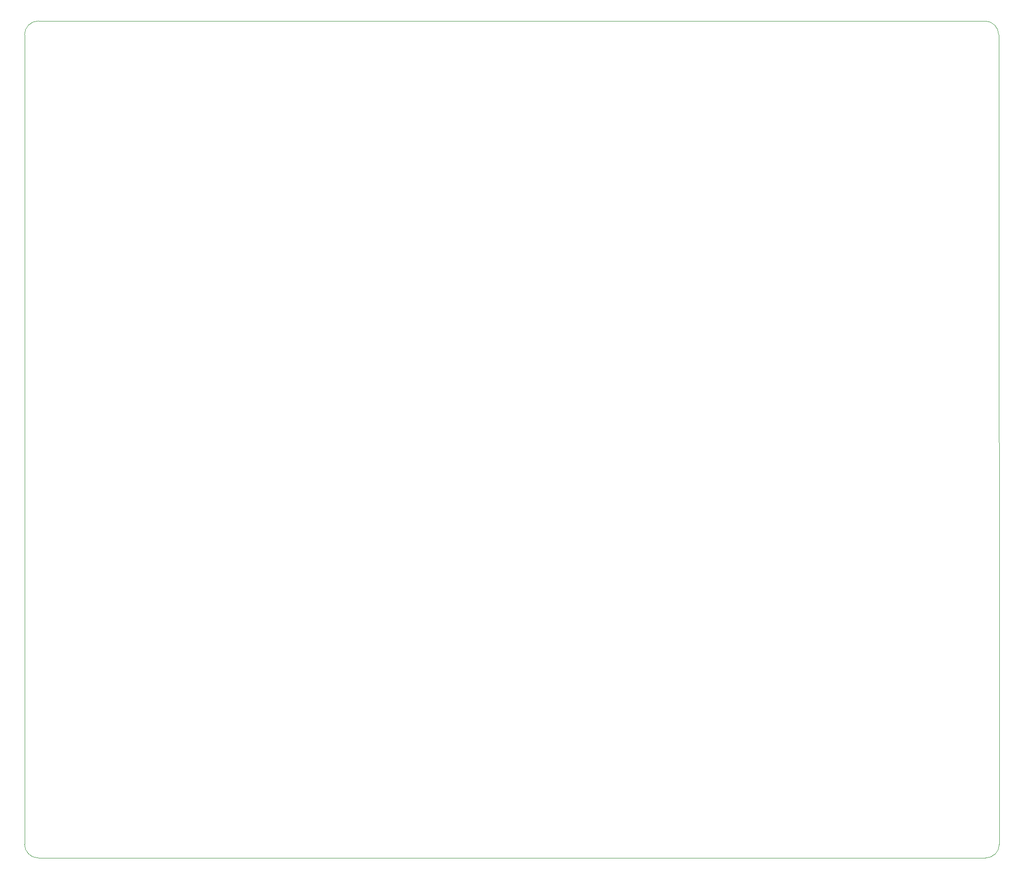
<source format=gbr>
%TF.GenerationSoftware,KiCad,Pcbnew,(5.1.12)-1*%
%TF.CreationDate,2021-12-01T20:01:38-06:00*%
%TF.ProjectId,DRV8350S_Double,44525638-3335-4305-935f-446f75626c65,rev?*%
%TF.SameCoordinates,Original*%
%TF.FileFunction,Profile,NP*%
%FSLAX46Y46*%
G04 Gerber Fmt 4.6, Leading zero omitted, Abs format (unit mm)*
G04 Created by KiCad (PCBNEW (5.1.12)-1) date 2021-12-01 20:01:38*
%MOMM*%
%LPD*%
G01*
G04 APERTURE LIST*
%TA.AperFunction,Profile*%
%ADD10C,0.050000*%
%TD*%
G04 APERTURE END LIST*
D10*
X33020000Y-17780000D02*
X33020000Y-167640000D01*
X213487000Y-167640000D02*
X213360000Y-17780000D01*
X210820000Y-15240000D02*
X35560000Y-15240000D01*
X35560000Y-170180000D02*
X210947000Y-170180000D01*
X33020000Y-17780000D02*
G75*
G02*
X35560000Y-15240000I2540000J0D01*
G01*
X210820000Y-15240000D02*
G75*
G02*
X213360000Y-17780000I0J-2540000D01*
G01*
X213487000Y-167640000D02*
G75*
G02*
X210947000Y-170180000I-2540000J0D01*
G01*
X35560000Y-170180000D02*
G75*
G02*
X33020000Y-167640000I0J2540000D01*
G01*
M02*

</source>
